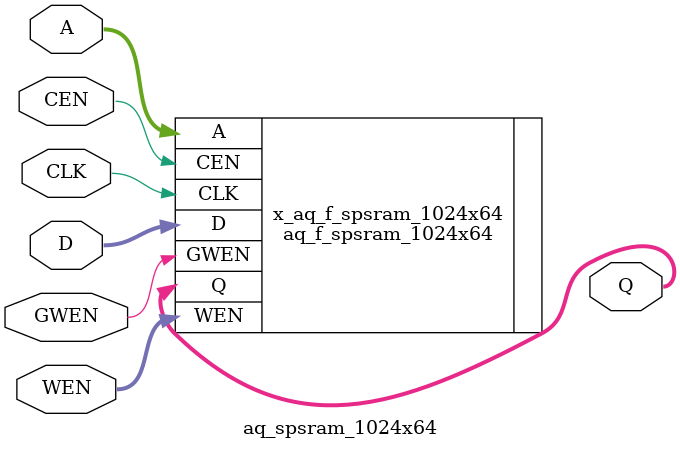
<source format=v>
/*Copyright 2020-2021 T-Head Semiconductor Co., Ltd.

Licensed under the Apache License, Version 2.0 (the "License");
you may not use this file except in compliance with the License.
You may obtain a copy of the License at

    http://www.apache.org/licenses/LICENSE-2.0

Unless required by applicable law or agreed to in writing, software
distributed under the License is distributed on an "AS IS" BASIS,
WITHOUT WARRANTIES OR CONDITIONS OF ANY KIND, either express or implied.
See the License for the specific language governing permissions and
limitations under the License.
*/

// &ModuleBeg; @22
module aq_spsram_1024x64(
  A,
  CEN,
  CLK,
  D,
  GWEN,
  Q,
  WEN
);

// &Ports; @23
input   [9 :0]  A;   
input           CEN; 
input           CLK; 
input   [63:0]  D;   
input           GWEN; 
input   [63:0]  WEN; 
output  [63:0]  Q;   

// &Regs; @24

// &Wires; @25
wire    [9 :0]  A;   
wire            CEN; 
wire            CLK; 
wire    [63:0]  D;   
wire            GWEN; 
wire    [63:0]  Q;   
wire    [63:0]  WEN; 


//**********************************************************
//                  Parameter Definition
//**********************************************************
parameter ADDR_WIDTH = 10;
parameter DATA_WIDTH = 64;
parameter WE_WIDTH   = 64;

// &Force("bus","Q",DATA_WIDTH-1,0); @34
// &Force("bus","WEN",WE_WIDTH-1,0); @35
// &Force("bus","A",ADDR_WIDTH-1,0); @36
// &Force("bus","D",DATA_WIDTH-1,0); @37

//  //********************************************************
//  //*                        FPGA memory                   *
//  //********************************************************
//   &Instance("aq_f_spsram_1024x64"); @43
aq_f_spsram_1024x64  x_aq_f_spsram_1024x64 (
  .A    (A   ),
  .CEN  (CEN ),
  .CLK  (CLK ),
  .D    (D   ),
  .GWEN (GWEN),
  .Q    (Q   ),
  .WEN  (WEN )
);

//   &Instance("aq_umc_spsram_1024x64"); @49
//   &Instance("aq_tsmc_spsram_1024x64"); @55
// &ModuleEnd; @58
endmodule




</source>
